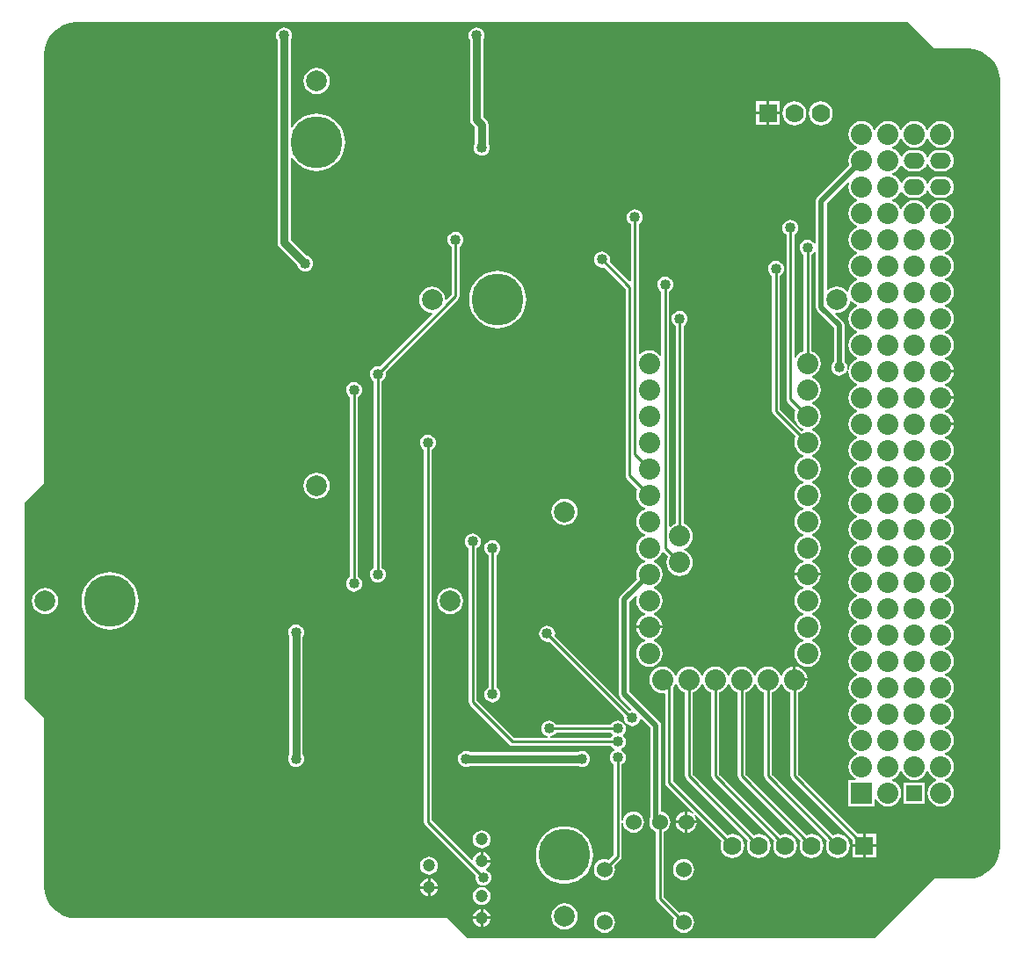
<source format=gbl>
G04 Layer_Physical_Order=2*
G04 Layer_Color=16711680*
%FSAX24Y24*%
%MOIN*%
G70*
G01*
G75*
%ADD18C,0.0100*%
%ADD20C,0.0200*%
%ADD24C,0.0300*%
%ADD25C,0.0600*%
%ADD26R,0.0600X0.0600*%
%ADD27C,0.0800*%
%ADD28O,0.0800X0.0600*%
%ADD29R,0.0800X0.0800*%
%ADD30C,0.0700*%
%ADD31R,0.0700X0.0700*%
%ADD32C,0.0472*%
%ADD33C,0.0400*%
%ADD34C,0.1800*%
%ADD35C,0.2500*%
%ADD36C,0.0787*%
%ADD37C,0.1969*%
G36*
X082090Y043450D02*
X083422D01*
X083584Y043429D01*
X083743Y043386D01*
X083894Y043323D01*
X084036Y043242D01*
X084166Y043142D01*
X084282Y043026D01*
X084382Y042896D01*
X084464Y042754D01*
X084526Y042603D01*
X084569Y042444D01*
X084590Y042282D01*
Y042200D01*
Y013200D01*
Y013118D01*
X084569Y012956D01*
X084526Y012797D01*
X084464Y012646D01*
X084382Y012504D01*
X084282Y012374D01*
X084166Y012258D01*
X084036Y012158D01*
X083894Y012076D01*
X083743Y012014D01*
X083584Y011971D01*
X083422Y011950D01*
X082090D01*
X079840Y009700D01*
X064370D01*
X063620Y010450D01*
X049508D01*
X049346Y010471D01*
X049187Y010514D01*
X049036Y010576D01*
X048894Y010658D01*
X048764Y010758D01*
X048648Y010874D01*
X048548Y011004D01*
X048467Y011146D01*
X048404Y011297D01*
X048361Y011456D01*
X048340Y011618D01*
Y011700D01*
Y018040D01*
X047590Y018790D01*
Y026200D01*
X048340Y026950D01*
Y043200D01*
Y043282D01*
X048361Y043444D01*
X048404Y043603D01*
X048467Y043754D01*
X048548Y043896D01*
X048648Y044026D01*
X048764Y044142D01*
X048894Y044242D01*
X049036Y044324D01*
X049187Y044386D01*
X049346Y044429D01*
X049508Y044450D01*
X081090D01*
X082090Y043450D01*
D02*
G37*
%LPC*%
G36*
X058673Y042718D02*
X058544Y042701D01*
X058424Y042651D01*
X058321Y042572D01*
X058241Y042469D01*
X058192Y042349D01*
X058175Y042220D01*
X058192Y042091D01*
X058241Y041971D01*
X058321Y041868D01*
X058424Y041788D01*
X058544Y041739D01*
X058673Y041722D01*
X058802Y041739D01*
X058922Y041788D01*
X059025Y041868D01*
X059104Y041971D01*
X059154Y042091D01*
X059171Y042220D01*
X059154Y042349D01*
X059104Y042469D01*
X059025Y042572D01*
X058922Y042651D01*
X058802Y042701D01*
X058673Y042718D01*
D02*
G37*
G36*
X076240Y041450D02*
X075840D01*
Y041050D01*
X076240D01*
Y041450D01*
D02*
G37*
G36*
X075740D02*
X075340D01*
Y041050D01*
X075740D01*
Y041450D01*
D02*
G37*
G36*
X076240Y040950D02*
X075840D01*
Y040550D01*
X076240D01*
Y040950D01*
D02*
G37*
G36*
X075740D02*
X075340D01*
Y040550D01*
X075740D01*
Y040950D01*
D02*
G37*
G36*
X077790Y041454D02*
X077673Y041438D01*
X077563Y041393D01*
X077469Y041321D01*
X077397Y041227D01*
X077352Y041117D01*
X077336Y041000D01*
X077352Y040883D01*
X077397Y040773D01*
X077469Y040679D01*
X077563Y040607D01*
X077673Y040562D01*
X077790Y040546D01*
X077907Y040562D01*
X078017Y040607D01*
X078111Y040679D01*
X078183Y040773D01*
X078228Y040883D01*
X078244Y041000D01*
X078228Y041117D01*
X078183Y041227D01*
X078111Y041321D01*
X078017Y041393D01*
X077907Y041438D01*
X077790Y041454D01*
D02*
G37*
G36*
X076790Y041454D02*
X076673Y041438D01*
X076563Y041393D01*
X076469Y041321D01*
X076397Y041227D01*
X076352Y041117D01*
X076336Y041000D01*
X076352Y040883D01*
X076397Y040773D01*
X076469Y040679D01*
X076563Y040607D01*
X076673Y040562D01*
X076790Y040546D01*
X076907Y040562D01*
X077017Y040607D01*
X077111Y040679D01*
X077183Y040773D01*
X077228Y040883D01*
X077244Y041000D01*
X077228Y041117D01*
X077183Y041227D01*
X077111Y041321D01*
X077017Y041393D01*
X076907Y041438D01*
X076790Y041454D01*
D02*
G37*
G36*
X082340Y040704D02*
X082209Y040687D01*
X082088Y040637D01*
X081983Y040557D01*
X081903Y040452D01*
X081867Y040365D01*
X081813D01*
X081777Y040452D01*
X081697Y040557D01*
X081592Y040637D01*
X081471Y040687D01*
X081340Y040704D01*
X081209Y040687D01*
X081088Y040637D01*
X080983Y040557D01*
X080903Y040452D01*
X080867Y040365D01*
X080813D01*
X080777Y040452D01*
X080697Y040557D01*
X080592Y040637D01*
X080471Y040687D01*
X080340Y040704D01*
X080209Y040687D01*
X080088Y040637D01*
X079983Y040557D01*
X079903Y040452D01*
X079867Y040365D01*
X079813D01*
X079777Y040452D01*
X079697Y040557D01*
X079592Y040637D01*
X079471Y040687D01*
X079340Y040704D01*
X079209Y040687D01*
X079088Y040637D01*
X078983Y040557D01*
X078903Y040452D01*
X078853Y040331D01*
X078836Y040200D01*
X078853Y040069D01*
X078903Y039948D01*
X078983Y039843D01*
X079088Y039763D01*
X079175Y039727D01*
Y039673D01*
X079088Y039637D01*
X078983Y039557D01*
X078903Y039452D01*
X078853Y039331D01*
X078836Y039200D01*
X078853Y039069D01*
X078873Y039021D01*
X077667Y037815D01*
X077623Y037749D01*
X077607Y037671D01*
Y036048D01*
X077557Y036039D01*
X077552Y036051D01*
X077504Y036114D01*
X077441Y036162D01*
X077368Y036192D01*
X077290Y036203D01*
X077212Y036192D01*
X077139Y036162D01*
X077076Y036114D01*
X077028Y036051D01*
X076998Y035978D01*
X076987Y035900D01*
X076998Y035822D01*
X077028Y035749D01*
X077076Y035686D01*
X077137Y035639D01*
Y031978D01*
X077038Y031937D01*
X076933Y031857D01*
X076853Y031752D01*
X076843Y031727D01*
X076793Y031737D01*
Y036389D01*
X076854Y036436D01*
X076902Y036499D01*
X076932Y036572D01*
X076943Y036650D01*
X076932Y036728D01*
X076902Y036801D01*
X076854Y036864D01*
X076791Y036912D01*
X076718Y036942D01*
X076640Y036953D01*
X076562Y036942D01*
X076489Y036912D01*
X076426Y036864D01*
X076378Y036801D01*
X076348Y036728D01*
X076337Y036650D01*
X076348Y036572D01*
X076378Y036499D01*
X076426Y036436D01*
X076487Y036389D01*
Y030150D01*
X076499Y030091D01*
X076532Y030042D01*
X076844Y029730D01*
X076803Y029631D01*
X076786Y029500D01*
X076803Y029369D01*
X076853Y029248D01*
X076933Y029143D01*
X077038Y029063D01*
X077125Y029027D01*
Y028973D01*
X077060Y028946D01*
X076243Y029763D01*
Y034839D01*
X076304Y034886D01*
X076352Y034949D01*
X076382Y035022D01*
X076393Y035100D01*
X076382Y035178D01*
X076352Y035251D01*
X076304Y035314D01*
X076241Y035362D01*
X076168Y035392D01*
X076090Y035403D01*
X076012Y035392D01*
X075939Y035362D01*
X075876Y035314D01*
X075828Y035251D01*
X075798Y035178D01*
X075787Y035100D01*
X075798Y035022D01*
X075828Y034949D01*
X075876Y034886D01*
X075937Y034839D01*
Y029700D01*
X075949Y029641D01*
X075982Y029592D01*
X076844Y028730D01*
X076803Y028631D01*
X076786Y028500D01*
X076803Y028369D01*
X076853Y028248D01*
X076933Y028143D01*
X077038Y028063D01*
X077125Y028027D01*
Y027973D01*
X077038Y027937D01*
X076933Y027857D01*
X076853Y027752D01*
X076803Y027631D01*
X076786Y027500D01*
X076803Y027369D01*
X076853Y027248D01*
X076933Y027143D01*
X077038Y027063D01*
X077125Y027027D01*
Y026973D01*
X077038Y026937D01*
X076933Y026857D01*
X076853Y026752D01*
X076803Y026631D01*
X076786Y026500D01*
X076803Y026369D01*
X076853Y026248D01*
X076933Y026143D01*
X077038Y026063D01*
X077125Y026027D01*
Y025973D01*
X077038Y025937D01*
X076933Y025857D01*
X076853Y025752D01*
X076803Y025631D01*
X076786Y025500D01*
X076803Y025369D01*
X076853Y025248D01*
X076933Y025143D01*
X077038Y025063D01*
X077125Y025027D01*
Y024973D01*
X077038Y024937D01*
X076933Y024857D01*
X076853Y024752D01*
X076803Y024631D01*
X076786Y024500D01*
X076803Y024369D01*
X076853Y024248D01*
X076933Y024143D01*
X077038Y024063D01*
X077125Y024027D01*
Y023973D01*
X077038Y023937D01*
X076933Y023857D01*
X076853Y023752D01*
X076803Y023631D01*
X076792Y023550D01*
X077290D01*
X077788D01*
X077777Y023631D01*
X077727Y023752D01*
X077647Y023857D01*
X077542Y023937D01*
X077455Y023973D01*
Y024027D01*
X077542Y024063D01*
X077647Y024143D01*
X077727Y024248D01*
X077777Y024369D01*
X077794Y024500D01*
X077777Y024631D01*
X077727Y024752D01*
X077647Y024857D01*
X077542Y024937D01*
X077455Y024973D01*
Y025027D01*
X077542Y025063D01*
X077647Y025143D01*
X077727Y025248D01*
X077777Y025369D01*
X077794Y025500D01*
X077777Y025631D01*
X077727Y025752D01*
X077647Y025857D01*
X077542Y025937D01*
X077455Y025973D01*
Y026027D01*
X077542Y026063D01*
X077647Y026143D01*
X077727Y026248D01*
X077777Y026369D01*
X077794Y026500D01*
X077777Y026631D01*
X077727Y026752D01*
X077647Y026857D01*
X077542Y026937D01*
X077455Y026973D01*
Y027027D01*
X077542Y027063D01*
X077647Y027143D01*
X077727Y027248D01*
X077777Y027369D01*
X077794Y027500D01*
X077777Y027631D01*
X077727Y027752D01*
X077647Y027857D01*
X077542Y027937D01*
X077455Y027973D01*
Y028027D01*
X077542Y028063D01*
X077647Y028143D01*
X077727Y028248D01*
X077777Y028369D01*
X077794Y028500D01*
X077777Y028631D01*
X077727Y028752D01*
X077647Y028857D01*
X077542Y028937D01*
X077455Y028973D01*
Y029027D01*
X077542Y029063D01*
X077647Y029143D01*
X077727Y029248D01*
X077777Y029369D01*
X077794Y029500D01*
X077777Y029631D01*
X077727Y029752D01*
X077647Y029857D01*
X077542Y029937D01*
X077455Y029973D01*
Y030027D01*
X077542Y030063D01*
X077647Y030143D01*
X077727Y030248D01*
X077777Y030369D01*
X077794Y030500D01*
X077777Y030631D01*
X077727Y030752D01*
X077647Y030857D01*
X077542Y030937D01*
X077455Y030973D01*
Y031027D01*
X077542Y031063D01*
X077647Y031143D01*
X077727Y031248D01*
X077777Y031369D01*
X077794Y031500D01*
X077777Y031631D01*
X077727Y031752D01*
X077647Y031857D01*
X077542Y031937D01*
X077443Y031978D01*
Y035639D01*
X077504Y035686D01*
X077552Y035749D01*
X077557Y035761D01*
X077607Y035752D01*
Y033629D01*
X077623Y033551D01*
X077667Y033485D01*
X078286Y032866D01*
Y031572D01*
X078276Y031564D01*
X078228Y031501D01*
X078198Y031428D01*
X078187Y031350D01*
X078198Y031272D01*
X078228Y031199D01*
X078276Y031136D01*
X078339Y031088D01*
X078412Y031058D01*
X078490Y031047D01*
X078568Y031058D01*
X078641Y031088D01*
X078704Y031136D01*
X078752Y031199D01*
X078782Y031272D01*
X078793Y031350D01*
X078782Y031428D01*
X078752Y031501D01*
X078704Y031564D01*
X078694Y031572D01*
Y032950D01*
X078678Y033028D01*
X078634Y033094D01*
X078337Y033392D01*
X078359Y033436D01*
X078405Y033430D01*
X078534Y033447D01*
X078654Y033497D01*
X078757Y033576D01*
X078836Y033679D01*
X078886Y033799D01*
X078896Y033875D01*
X078948Y033889D01*
X078983Y033843D01*
X079088Y033763D01*
X079175Y033727D01*
Y033673D01*
X079088Y033637D01*
X078983Y033557D01*
X078903Y033452D01*
X078853Y033331D01*
X078836Y033200D01*
X078853Y033069D01*
X078903Y032948D01*
X078983Y032843D01*
X079088Y032763D01*
X079175Y032727D01*
Y032673D01*
X079088Y032637D01*
X078983Y032557D01*
X078903Y032452D01*
X078853Y032331D01*
X078836Y032200D01*
X078853Y032069D01*
X078903Y031948D01*
X078983Y031843D01*
X079088Y031763D01*
X079175Y031727D01*
Y031673D01*
X079088Y031637D01*
X078983Y031557D01*
X078903Y031452D01*
X078853Y031331D01*
X078836Y031200D01*
X078853Y031069D01*
X078903Y030948D01*
X078983Y030843D01*
X079088Y030763D01*
X079175Y030727D01*
Y030673D01*
X079088Y030637D01*
X078983Y030557D01*
X078903Y030452D01*
X078853Y030331D01*
X078836Y030200D01*
X078853Y030069D01*
X078903Y029948D01*
X078983Y029843D01*
X079088Y029763D01*
X079175Y029727D01*
Y029673D01*
X079088Y029637D01*
X078983Y029557D01*
X078903Y029452D01*
X078853Y029331D01*
X078836Y029200D01*
X078853Y029069D01*
X078903Y028948D01*
X078983Y028843D01*
X079088Y028763D01*
X079175Y028727D01*
Y028673D01*
X079088Y028637D01*
X078983Y028557D01*
X078903Y028452D01*
X078853Y028331D01*
X078836Y028200D01*
X078853Y028069D01*
X078903Y027948D01*
X078983Y027843D01*
X079088Y027763D01*
X079175Y027727D01*
Y027673D01*
X079088Y027637D01*
X078983Y027557D01*
X078903Y027452D01*
X078853Y027331D01*
X078836Y027200D01*
X078853Y027069D01*
X078903Y026948D01*
X078983Y026843D01*
X079088Y026763D01*
X079175Y026727D01*
Y026673D01*
X079088Y026637D01*
X078983Y026557D01*
X078903Y026452D01*
X078853Y026331D01*
X078836Y026200D01*
X078853Y026069D01*
X078903Y025948D01*
X078983Y025843D01*
X079088Y025763D01*
X079175Y025727D01*
Y025673D01*
X079088Y025637D01*
X078983Y025557D01*
X078903Y025452D01*
X078853Y025331D01*
X078836Y025200D01*
X078853Y025069D01*
X078903Y024948D01*
X078983Y024843D01*
X079088Y024763D01*
X079175Y024727D01*
Y024673D01*
X079088Y024637D01*
X078983Y024557D01*
X078903Y024452D01*
X078853Y024331D01*
X078836Y024200D01*
X078853Y024069D01*
X078903Y023948D01*
X078983Y023843D01*
X079088Y023763D01*
X079175Y023727D01*
Y023673D01*
X079088Y023637D01*
X078983Y023557D01*
X078903Y023452D01*
X078853Y023331D01*
X078836Y023200D01*
X078853Y023069D01*
X078903Y022948D01*
X078983Y022843D01*
X079088Y022763D01*
X079175Y022727D01*
Y022673D01*
X079088Y022637D01*
X078983Y022557D01*
X078903Y022452D01*
X078853Y022331D01*
X078836Y022200D01*
X078853Y022069D01*
X078903Y021948D01*
X078983Y021843D01*
X079088Y021763D01*
X079175Y021727D01*
Y021673D01*
X079088Y021637D01*
X078983Y021557D01*
X078903Y021452D01*
X078853Y021331D01*
X078836Y021200D01*
X078853Y021069D01*
X078903Y020948D01*
X078983Y020843D01*
X079088Y020763D01*
X079175Y020727D01*
Y020673D01*
X079088Y020637D01*
X078983Y020557D01*
X078903Y020452D01*
X078853Y020331D01*
X078836Y020200D01*
X078853Y020069D01*
X078903Y019948D01*
X078983Y019843D01*
X079088Y019763D01*
X079175Y019727D01*
Y019673D01*
X079088Y019637D01*
X078983Y019557D01*
X078903Y019452D01*
X078853Y019331D01*
X078836Y019200D01*
X078853Y019069D01*
X078903Y018948D01*
X078983Y018843D01*
X079088Y018763D01*
X079175Y018727D01*
Y018673D01*
X079088Y018637D01*
X078983Y018557D01*
X078903Y018452D01*
X078853Y018331D01*
X078836Y018200D01*
X078853Y018069D01*
X078903Y017948D01*
X078983Y017843D01*
X079088Y017763D01*
X079175Y017727D01*
Y017673D01*
X079088Y017637D01*
X078983Y017557D01*
X078903Y017452D01*
X078853Y017331D01*
X078836Y017200D01*
X078853Y017069D01*
X078903Y016948D01*
X078983Y016843D01*
X079088Y016763D01*
X079175Y016727D01*
Y016673D01*
X079088Y016637D01*
X078983Y016557D01*
X078903Y016452D01*
X078853Y016331D01*
X078836Y016200D01*
X078853Y016069D01*
X078903Y015948D01*
X078983Y015843D01*
X079088Y015763D01*
X079120Y015750D01*
X079110Y015700D01*
X078840D01*
Y014700D01*
X079840D01*
Y014970D01*
X079890Y014980D01*
X079903Y014948D01*
X079983Y014843D01*
X080088Y014763D01*
X080209Y014713D01*
X080340Y014696D01*
X080471Y014713D01*
X080592Y014763D01*
X080697Y014843D01*
X080777Y014948D01*
X080827Y015069D01*
X080844Y015200D01*
X080827Y015331D01*
X080777Y015452D01*
X080697Y015557D01*
X080592Y015637D01*
X080505Y015673D01*
Y015727D01*
X080592Y015763D01*
X080697Y015843D01*
X080777Y015948D01*
X080813Y016035D01*
X080867D01*
X080903Y015948D01*
X080983Y015843D01*
X081088Y015763D01*
X081209Y015713D01*
X081340Y015696D01*
X081471Y015713D01*
X081592Y015763D01*
X081697Y015843D01*
X081777Y015948D01*
X081813Y016035D01*
X081867D01*
X081903Y015948D01*
X081983Y015843D01*
X082088Y015763D01*
X082175Y015727D01*
Y015673D01*
X082088Y015637D01*
X081983Y015557D01*
X081903Y015452D01*
X081853Y015331D01*
X081836Y015200D01*
X081853Y015069D01*
X081903Y014948D01*
X081983Y014843D01*
X082088Y014763D01*
X082209Y014713D01*
X082340Y014696D01*
X082471Y014713D01*
X082592Y014763D01*
X082697Y014843D01*
X082777Y014948D01*
X082827Y015069D01*
X082844Y015200D01*
X082827Y015331D01*
X082777Y015452D01*
X082697Y015557D01*
X082592Y015637D01*
X082505Y015673D01*
Y015727D01*
X082592Y015763D01*
X082697Y015843D01*
X082777Y015948D01*
X082827Y016069D01*
X082844Y016200D01*
X082827Y016331D01*
X082777Y016452D01*
X082697Y016557D01*
X082592Y016637D01*
X082505Y016673D01*
Y016727D01*
X082592Y016763D01*
X082697Y016843D01*
X082777Y016948D01*
X082827Y017069D01*
X082844Y017200D01*
X082827Y017331D01*
X082777Y017452D01*
X082697Y017557D01*
X082592Y017637D01*
X082505Y017673D01*
Y017727D01*
X082592Y017763D01*
X082697Y017843D01*
X082777Y017948D01*
X082827Y018069D01*
X082844Y018200D01*
X082827Y018331D01*
X082777Y018452D01*
X082697Y018557D01*
X082592Y018637D01*
X082505Y018673D01*
Y018727D01*
X082592Y018763D01*
X082697Y018843D01*
X082777Y018948D01*
X082827Y019069D01*
X082844Y019200D01*
X082827Y019331D01*
X082777Y019452D01*
X082697Y019557D01*
X082592Y019637D01*
X082505Y019673D01*
Y019727D01*
X082592Y019763D01*
X082697Y019843D01*
X082777Y019948D01*
X082827Y020069D01*
X082844Y020200D01*
X082827Y020331D01*
X082777Y020452D01*
X082697Y020557D01*
X082592Y020637D01*
X082505Y020673D01*
Y020727D01*
X082592Y020763D01*
X082697Y020843D01*
X082777Y020948D01*
X082827Y021069D01*
X082844Y021200D01*
X082827Y021331D01*
X082777Y021452D01*
X082697Y021557D01*
X082592Y021637D01*
X082505Y021673D01*
Y021727D01*
X082592Y021763D01*
X082697Y021843D01*
X082777Y021948D01*
X082827Y022069D01*
X082844Y022200D01*
X082827Y022331D01*
X082777Y022452D01*
X082697Y022557D01*
X082592Y022637D01*
X082505Y022673D01*
Y022727D01*
X082592Y022763D01*
X082697Y022843D01*
X082777Y022948D01*
X082827Y023069D01*
X082844Y023200D01*
X082827Y023331D01*
X082777Y023452D01*
X082697Y023557D01*
X082592Y023637D01*
X082505Y023673D01*
Y023727D01*
X082592Y023763D01*
X082697Y023843D01*
X082777Y023948D01*
X082827Y024069D01*
X082844Y024200D01*
X082827Y024331D01*
X082777Y024452D01*
X082697Y024557D01*
X082592Y024637D01*
X082505Y024673D01*
Y024727D01*
X082592Y024763D01*
X082697Y024843D01*
X082777Y024948D01*
X082827Y025069D01*
X082844Y025200D01*
X082827Y025331D01*
X082777Y025452D01*
X082697Y025557D01*
X082592Y025637D01*
X082505Y025673D01*
Y025727D01*
X082592Y025763D01*
X082697Y025843D01*
X082777Y025948D01*
X082827Y026069D01*
X082844Y026200D01*
X082827Y026331D01*
X082777Y026452D01*
X082697Y026557D01*
X082592Y026637D01*
X082505Y026673D01*
Y026727D01*
X082592Y026763D01*
X082697Y026843D01*
X082777Y026948D01*
X082827Y027069D01*
X082844Y027200D01*
X082827Y027331D01*
X082777Y027452D01*
X082697Y027557D01*
X082592Y027637D01*
X082505Y027673D01*
Y027727D01*
X082592Y027763D01*
X082697Y027843D01*
X082777Y027948D01*
X082827Y028069D01*
X082844Y028200D01*
X082827Y028331D01*
X082777Y028452D01*
X082697Y028557D01*
X082592Y028637D01*
X082505Y028673D01*
Y028727D01*
X082592Y028763D01*
X082697Y028843D01*
X082777Y028948D01*
X082827Y029069D01*
X082838Y029150D01*
X082340D01*
Y029250D01*
X082838D01*
X082827Y029331D01*
X082777Y029452D01*
X082697Y029557D01*
X082592Y029637D01*
X082505Y029673D01*
Y029727D01*
X082592Y029763D01*
X082697Y029843D01*
X082777Y029948D01*
X082827Y030069D01*
X082838Y030150D01*
X082340D01*
Y030250D01*
X082838D01*
X082827Y030331D01*
X082777Y030452D01*
X082697Y030557D01*
X082592Y030637D01*
X082505Y030673D01*
Y030727D01*
X082592Y030763D01*
X082697Y030843D01*
X082777Y030948D01*
X082827Y031069D01*
X082838Y031150D01*
X082340D01*
Y031250D01*
X082838D01*
X082827Y031331D01*
X082777Y031452D01*
X082697Y031557D01*
X082592Y031637D01*
X082505Y031673D01*
Y031727D01*
X082592Y031763D01*
X082697Y031843D01*
X082777Y031948D01*
X082827Y032069D01*
X082844Y032200D01*
X082827Y032331D01*
X082777Y032452D01*
X082697Y032557D01*
X082592Y032637D01*
X082505Y032673D01*
Y032727D01*
X082592Y032763D01*
X082697Y032843D01*
X082777Y032948D01*
X082827Y033069D01*
X082844Y033200D01*
X082827Y033331D01*
X082777Y033452D01*
X082697Y033557D01*
X082592Y033637D01*
X082505Y033673D01*
Y033727D01*
X082592Y033763D01*
X082697Y033843D01*
X082777Y033948D01*
X082827Y034069D01*
X082844Y034200D01*
X082827Y034331D01*
X082777Y034452D01*
X082697Y034557D01*
X082592Y034637D01*
X082505Y034673D01*
Y034727D01*
X082592Y034763D01*
X082697Y034843D01*
X082777Y034948D01*
X082827Y035069D01*
X082844Y035200D01*
X082827Y035331D01*
X082777Y035452D01*
X082697Y035557D01*
X082592Y035637D01*
X082505Y035673D01*
Y035727D01*
X082592Y035763D01*
X082697Y035843D01*
X082777Y035948D01*
X082827Y036069D01*
X082844Y036200D01*
X082827Y036331D01*
X082777Y036452D01*
X082697Y036557D01*
X082592Y036637D01*
X082505Y036673D01*
Y036727D01*
X082592Y036763D01*
X082697Y036843D01*
X082777Y036948D01*
X082827Y037069D01*
X082844Y037200D01*
X082827Y037331D01*
X082777Y037452D01*
X082697Y037557D01*
X082592Y037637D01*
X082471Y037687D01*
X082340Y037704D01*
X082209Y037687D01*
X082088Y037637D01*
X081983Y037557D01*
X081903Y037452D01*
X081867Y037365D01*
X081813D01*
X081777Y037452D01*
X081697Y037557D01*
X081592Y037637D01*
X081471Y037687D01*
X081340Y037704D01*
X081209Y037687D01*
X081088Y037637D01*
X080983Y037557D01*
X080903Y037452D01*
X080867Y037365D01*
X080813D01*
X080777Y037452D01*
X080697Y037557D01*
X080592Y037637D01*
X080505Y037673D01*
Y037727D01*
X080592Y037763D01*
X080697Y037843D01*
X080777Y037948D01*
X080817Y038045D01*
X080871D01*
X080891Y037998D01*
X080955Y037915D01*
X081038Y037851D01*
X081136Y037810D01*
X081240Y037797D01*
X081440D01*
X081544Y037810D01*
X081642Y037851D01*
X081725Y037915D01*
X081789Y037998D01*
X081813Y038055D01*
X081867D01*
X081891Y037998D01*
X081955Y037915D01*
X082038Y037851D01*
X082136Y037810D01*
X082240Y037797D01*
X082440D01*
X082544Y037810D01*
X082642Y037851D01*
X082725Y037915D01*
X082789Y037998D01*
X082830Y038096D01*
X082843Y038200D01*
X082830Y038304D01*
X082789Y038402D01*
X082725Y038485D01*
X082642Y038549D01*
X082544Y038590D01*
X082440Y038603D01*
X082240D01*
X082136Y038590D01*
X082038Y038549D01*
X081955Y038485D01*
X081891Y038402D01*
X081867Y038345D01*
X081813D01*
X081789Y038402D01*
X081725Y038485D01*
X081642Y038549D01*
X081544Y038590D01*
X081440Y038603D01*
X081240D01*
X081136Y038590D01*
X081038Y038549D01*
X080955Y038485D01*
X080891Y038402D01*
X080871Y038355D01*
X080817D01*
X080777Y038452D01*
X080697Y038557D01*
X080592Y038637D01*
X080505Y038673D01*
Y038727D01*
X080592Y038763D01*
X080697Y038843D01*
X080777Y038948D01*
X080817Y039045D01*
X080871D01*
X080891Y038998D01*
X080955Y038915D01*
X081038Y038851D01*
X081136Y038810D01*
X081240Y038797D01*
X081440D01*
X081544Y038810D01*
X081642Y038851D01*
X081725Y038915D01*
X081789Y038998D01*
X081813Y039055D01*
X081867D01*
X081891Y038998D01*
X081955Y038915D01*
X082038Y038851D01*
X082136Y038810D01*
X082240Y038797D01*
X082440D01*
X082544Y038810D01*
X082642Y038851D01*
X082725Y038915D01*
X082789Y038998D01*
X082830Y039096D01*
X082843Y039200D01*
X082830Y039304D01*
X082789Y039402D01*
X082725Y039485D01*
X082642Y039549D01*
X082544Y039590D01*
X082440Y039603D01*
X082240D01*
X082136Y039590D01*
X082038Y039549D01*
X081955Y039485D01*
X081891Y039402D01*
X081867Y039345D01*
X081813D01*
X081789Y039402D01*
X081725Y039485D01*
X081642Y039549D01*
X081544Y039590D01*
X081440Y039603D01*
X081240D01*
X081136Y039590D01*
X081038Y039549D01*
X080955Y039485D01*
X080891Y039402D01*
X080871Y039355D01*
X080817D01*
X080777Y039452D01*
X080697Y039557D01*
X080592Y039637D01*
X080505Y039673D01*
Y039727D01*
X080592Y039763D01*
X080697Y039843D01*
X080777Y039948D01*
X080813Y040035D01*
X080867D01*
X080903Y039948D01*
X080983Y039843D01*
X081088Y039763D01*
X081209Y039713D01*
X081340Y039696D01*
X081471Y039713D01*
X081592Y039763D01*
X081697Y039843D01*
X081777Y039948D01*
X081813Y040035D01*
X081867D01*
X081903Y039948D01*
X081983Y039843D01*
X082088Y039763D01*
X082209Y039713D01*
X082340Y039696D01*
X082471Y039713D01*
X082592Y039763D01*
X082697Y039843D01*
X082777Y039948D01*
X082827Y040069D01*
X082844Y040200D01*
X082827Y040331D01*
X082777Y040452D01*
X082697Y040557D01*
X082592Y040637D01*
X082471Y040687D01*
X082340Y040704D01*
D02*
G37*
G36*
X064740Y044253D02*
X064662Y044242D01*
X064589Y044212D01*
X064526Y044164D01*
X064478Y044101D01*
X064448Y044028D01*
X064437Y043950D01*
X064448Y043872D01*
X064478Y043799D01*
X064485Y043789D01*
Y040814D01*
X064490Y040789D01*
X064485Y040764D01*
X064504Y040666D01*
X064560Y040583D01*
X064679Y040464D01*
Y039854D01*
X064672Y039845D01*
X064641Y039772D01*
X064631Y039694D01*
X064641Y039615D01*
X064672Y039542D01*
X064720Y039480D01*
X064782Y039432D01*
X064855Y039401D01*
X064934Y039391D01*
X065012Y039401D01*
X065085Y039432D01*
X065148Y039480D01*
X065196Y039542D01*
X065226Y039615D01*
X065236Y039694D01*
X065226Y039772D01*
X065196Y039845D01*
X065189Y039854D01*
Y040570D01*
X065169Y040667D01*
X065114Y040750D01*
X064995Y040869D01*
Y043789D01*
X065002Y043799D01*
X065032Y043872D01*
X065043Y043950D01*
X065032Y044028D01*
X065002Y044101D01*
X064954Y044164D01*
X064891Y044212D01*
X064818Y044242D01*
X064740Y044253D01*
D02*
G37*
G36*
X057438Y044251D02*
X057360Y044241D01*
X057287Y044210D01*
X057224Y044162D01*
X057176Y044100D01*
X057146Y044027D01*
X057136Y043948D01*
X057146Y043870D01*
X057176Y043797D01*
X057184Y043788D01*
Y036102D01*
X057203Y036004D01*
X057258Y035921D01*
X057946Y035233D01*
X057948Y035222D01*
X057978Y035149D01*
X058026Y035086D01*
X058089Y035038D01*
X058162Y035008D01*
X058240Y034997D01*
X058318Y035008D01*
X058391Y035038D01*
X058454Y035086D01*
X058502Y035149D01*
X058532Y035222D01*
X058543Y035300D01*
X058532Y035378D01*
X058502Y035451D01*
X058454Y035514D01*
X058391Y035562D01*
X058318Y035592D01*
X058307Y035594D01*
X057693Y036207D01*
Y039327D01*
X057743Y039341D01*
X057793Y039261D01*
X057904Y039131D01*
X058033Y039020D01*
X058179Y038931D01*
X058337Y038866D01*
X058503Y038826D01*
X058673Y038812D01*
X058843Y038826D01*
X059009Y038866D01*
X059166Y038931D01*
X059312Y039020D01*
X059442Y039131D01*
X059553Y039261D01*
X059642Y039406D01*
X059707Y039564D01*
X059747Y039730D01*
X059760Y039900D01*
X059747Y040070D01*
X059707Y040236D01*
X059642Y040394D01*
X059553Y040539D01*
X059442Y040669D01*
X059312Y040780D01*
X059166Y040869D01*
X059009Y040934D01*
X058843Y040974D01*
X058673Y040988D01*
X058503Y040974D01*
X058337Y040934D01*
X058179Y040869D01*
X058033Y040780D01*
X057904Y040669D01*
X057793Y040539D01*
X057743Y040459D01*
X057693Y040473D01*
Y043788D01*
X057700Y043797D01*
X057731Y043870D01*
X057741Y043948D01*
X057731Y044027D01*
X057700Y044100D01*
X057652Y044162D01*
X057590Y044210D01*
X057517Y044241D01*
X057438Y044251D01*
D02*
G37*
G36*
X070740Y037353D02*
X070662Y037342D01*
X070589Y037312D01*
X070526Y037264D01*
X070478Y037201D01*
X070448Y037128D01*
X070437Y037050D01*
X070448Y036972D01*
X070478Y036899D01*
X070526Y036836D01*
X070587Y036789D01*
Y034635D01*
X070541Y034615D01*
X069783Y035374D01*
X069793Y035450D01*
X069782Y035528D01*
X069752Y035601D01*
X069704Y035664D01*
X069641Y035712D01*
X069568Y035742D01*
X069490Y035753D01*
X069412Y035742D01*
X069339Y035712D01*
X069276Y035664D01*
X069228Y035601D01*
X069198Y035528D01*
X069187Y035450D01*
X069198Y035372D01*
X069228Y035299D01*
X069276Y035236D01*
X069339Y035188D01*
X069412Y035158D01*
X069490Y035147D01*
X069566Y035157D01*
X070387Y034337D01*
Y027250D01*
X070399Y027191D01*
X070432Y027142D01*
X070844Y026730D01*
X070803Y026631D01*
X070786Y026500D01*
X070803Y026369D01*
X070853Y026248D01*
X070933Y026143D01*
X071038Y026063D01*
X071125Y026027D01*
Y025973D01*
X071038Y025937D01*
X070933Y025857D01*
X070853Y025752D01*
X070803Y025631D01*
X070786Y025500D01*
X070803Y025369D01*
X070853Y025248D01*
X070933Y025143D01*
X071038Y025063D01*
X071125Y025027D01*
Y024973D01*
X071038Y024937D01*
X070933Y024857D01*
X070853Y024752D01*
X070803Y024631D01*
X070786Y024500D01*
X070803Y024369D01*
X070853Y024248D01*
X070933Y024143D01*
X071038Y024063D01*
X071125Y024027D01*
Y023973D01*
X071038Y023937D01*
X070933Y023857D01*
X070853Y023752D01*
X070803Y023631D01*
X070786Y023500D01*
X070803Y023369D01*
X070823Y023321D01*
X070196Y022694D01*
X070152Y022628D01*
X070136Y022550D01*
Y018953D01*
X070152Y018875D01*
X070196Y018809D01*
X070606Y018399D01*
X070589Y018348D01*
X070570Y018343D01*
X070562Y018342D01*
X070557Y018340D01*
X070542Y018337D01*
X067705Y021174D01*
X067715Y021250D01*
X067705Y021328D01*
X067675Y021401D01*
X067627Y021464D01*
X067564Y021512D01*
X067491Y021542D01*
X067413Y021553D01*
X067335Y021542D01*
X067262Y021512D01*
X067199Y021464D01*
X067151Y021401D01*
X067121Y021328D01*
X067110Y021250D01*
X067121Y021172D01*
X067151Y021099D01*
X067199Y021036D01*
X067262Y020988D01*
X067335Y020958D01*
X067413Y020947D01*
X067489Y020957D01*
X070344Y018102D01*
X070337Y018050D01*
X070348Y017972D01*
X070378Y017899D01*
X070426Y017836D01*
X070489Y017788D01*
X070562Y017758D01*
X070640Y017747D01*
X070718Y017758D01*
X070791Y017788D01*
X070854Y017836D01*
X070902Y017899D01*
X070932Y017972D01*
X070936Y017998D01*
X070989Y018016D01*
X071336Y017668D01*
Y014291D01*
X071300Y014204D01*
X071287Y014100D01*
X071300Y013996D01*
X071341Y013898D01*
X071405Y013815D01*
X071488Y013751D01*
X071537Y013730D01*
Y011200D01*
X071549Y011141D01*
X071582Y011092D01*
X072221Y010453D01*
X072200Y010404D01*
X072187Y010300D01*
X072200Y010196D01*
X072241Y010098D01*
X072305Y010015D01*
X072388Y009951D01*
X072486Y009910D01*
X072590Y009897D01*
X072694Y009910D01*
X072792Y009951D01*
X072875Y010015D01*
X072939Y010098D01*
X072980Y010196D01*
X072993Y010300D01*
X072980Y010404D01*
X072939Y010502D01*
X072875Y010585D01*
X072792Y010649D01*
X072694Y010690D01*
X072590Y010703D01*
X072486Y010690D01*
X072437Y010669D01*
X071843Y011263D01*
Y013730D01*
X071892Y013751D01*
X071975Y013815D01*
X072039Y013898D01*
X072080Y013996D01*
X072093Y014100D01*
X072080Y014204D01*
X072039Y014302D01*
X071975Y014385D01*
X071892Y014449D01*
X071794Y014490D01*
X071744Y014496D01*
Y017753D01*
X071728Y017831D01*
X071684Y017897D01*
X070544Y019037D01*
Y022466D01*
X070777Y022699D01*
X070819Y022670D01*
X070803Y022631D01*
X070786Y022500D01*
X070803Y022369D01*
X070853Y022248D01*
X070933Y022143D01*
X071038Y022063D01*
X071125Y022027D01*
Y021973D01*
X071038Y021937D01*
X070933Y021857D01*
X070853Y021752D01*
X070803Y021631D01*
X070792Y021550D01*
X071290D01*
X071788D01*
X071777Y021631D01*
X071727Y021752D01*
X071647Y021857D01*
X071542Y021937D01*
X071455Y021973D01*
Y022027D01*
X071542Y022063D01*
X071647Y022143D01*
X071727Y022248D01*
X071777Y022369D01*
X071794Y022500D01*
X071777Y022631D01*
X071727Y022752D01*
X071647Y022857D01*
X071542Y022937D01*
X071455Y022973D01*
Y023027D01*
X071542Y023063D01*
X071647Y023143D01*
X071727Y023248D01*
X071777Y023369D01*
X071794Y023500D01*
X071777Y023631D01*
X071727Y023752D01*
X071647Y023857D01*
X071542Y023937D01*
X071455Y023973D01*
Y024027D01*
X071542Y024063D01*
X071647Y024143D01*
X071727Y024248D01*
X071764Y024339D01*
X071823Y024350D01*
X071994Y024180D01*
X071953Y024081D01*
X071936Y023950D01*
X071953Y023819D01*
X072003Y023698D01*
X072083Y023593D01*
X072188Y023513D01*
X072309Y023463D01*
X072440Y023446D01*
X072571Y023463D01*
X072692Y023513D01*
X072797Y023593D01*
X072877Y023698D01*
X072927Y023819D01*
X072944Y023950D01*
X072927Y024081D01*
X072877Y024202D01*
X072797Y024307D01*
X072692Y024387D01*
X072605Y024423D01*
Y024477D01*
X072692Y024513D01*
X072797Y024593D01*
X072877Y024698D01*
X072927Y024819D01*
X072944Y024950D01*
X072927Y025081D01*
X072877Y025202D01*
X072797Y025307D01*
X072692Y025387D01*
X072593Y025428D01*
Y032939D01*
X072654Y032986D01*
X072702Y033049D01*
X072732Y033122D01*
X072743Y033200D01*
X072732Y033278D01*
X072702Y033351D01*
X072654Y033414D01*
X072591Y033462D01*
X072518Y033492D01*
X072440Y033503D01*
X072362Y033492D01*
X072289Y033462D01*
X072226Y033414D01*
X072178Y033351D01*
X072148Y033278D01*
X072137Y033200D01*
X072148Y033122D01*
X072178Y033049D01*
X072226Y032986D01*
X072287Y032939D01*
Y025428D01*
X072188Y025387D01*
X072093Y025314D01*
X072043Y025329D01*
Y034239D01*
X072104Y034286D01*
X072152Y034349D01*
X072182Y034422D01*
X072193Y034500D01*
X072182Y034578D01*
X072152Y034651D01*
X072104Y034714D01*
X072041Y034762D01*
X071968Y034792D01*
X071890Y034803D01*
X071812Y034792D01*
X071739Y034762D01*
X071676Y034714D01*
X071628Y034651D01*
X071598Y034578D01*
X071587Y034500D01*
X071598Y034422D01*
X071628Y034349D01*
X071676Y034286D01*
X071737Y034239D01*
Y031821D01*
X071687Y031804D01*
X071647Y031857D01*
X071542Y031937D01*
X071421Y031987D01*
X071290Y032004D01*
X071159Y031987D01*
X071038Y031937D01*
X070943Y031864D01*
X070893Y031879D01*
Y036789D01*
X070954Y036836D01*
X071002Y036899D01*
X071032Y036972D01*
X071043Y037050D01*
X071032Y037128D01*
X071002Y037201D01*
X070954Y037264D01*
X070891Y037312D01*
X070818Y037342D01*
X070740Y037353D01*
D02*
G37*
G36*
X063940Y036503D02*
X063862Y036492D01*
X063789Y036462D01*
X063726Y036414D01*
X063678Y036351D01*
X063648Y036278D01*
X063637Y036200D01*
X063648Y036122D01*
X063678Y036049D01*
X063726Y035986D01*
X063787Y035939D01*
Y034112D01*
X063594Y033919D01*
X063547Y033943D01*
X063532Y034057D01*
X063482Y034177D01*
X063403Y034280D01*
X063300Y034360D01*
X063180Y034409D01*
X063051Y034426D01*
X062922Y034409D01*
X062802Y034360D01*
X062699Y034280D01*
X062619Y034177D01*
X062570Y034057D01*
X062553Y033928D01*
X062570Y033799D01*
X062619Y033679D01*
X062699Y033576D01*
X062802Y033497D01*
X062922Y033447D01*
X063036Y033432D01*
X063060Y033385D01*
X061067Y031392D01*
X060990Y031403D01*
X060912Y031392D01*
X060839Y031362D01*
X060776Y031314D01*
X060728Y031251D01*
X060698Y031178D01*
X060687Y031100D01*
X060698Y031022D01*
X060728Y030949D01*
X060776Y030886D01*
X060837Y030839D01*
Y023761D01*
X060776Y023714D01*
X060728Y023651D01*
X060698Y023578D01*
X060687Y023500D01*
X060698Y023422D01*
X060728Y023349D01*
X060776Y023286D01*
X060839Y023238D01*
X060912Y023208D01*
X060990Y023197D01*
X061068Y023208D01*
X061141Y023238D01*
X061204Y023286D01*
X061252Y023349D01*
X061282Y023422D01*
X061293Y023500D01*
X061282Y023578D01*
X061252Y023651D01*
X061204Y023714D01*
X061143Y023761D01*
Y030839D01*
X061204Y030886D01*
X061252Y030949D01*
X061282Y031022D01*
X061293Y031100D01*
X061283Y031175D01*
X064048Y033941D01*
X064081Y033990D01*
X064093Y034049D01*
Y035939D01*
X064154Y035986D01*
X064202Y036049D01*
X064232Y036122D01*
X064243Y036200D01*
X064232Y036278D01*
X064202Y036351D01*
X064154Y036414D01*
X064091Y036462D01*
X064018Y036492D01*
X063940Y036503D01*
D02*
G37*
G36*
X065540Y035016D02*
X065370Y035003D01*
X065204Y034963D01*
X065046Y034897D01*
X064901Y034808D01*
X064771Y034697D01*
X064660Y034568D01*
X064571Y034422D01*
X064506Y034264D01*
X064466Y034098D01*
X064452Y033928D01*
X064466Y033758D01*
X064506Y033592D01*
X064571Y033435D01*
X064660Y033289D01*
X064771Y033159D01*
X064901Y033048D01*
X065046Y032959D01*
X065204Y032894D01*
X065370Y032854D01*
X065540Y032841D01*
X065710Y032854D01*
X065876Y032894D01*
X066034Y032959D01*
X066179Y033048D01*
X066309Y033159D01*
X066420Y033289D01*
X066509Y033435D01*
X066574Y033592D01*
X066614Y033758D01*
X066628Y033928D01*
X066614Y034098D01*
X066574Y034264D01*
X066509Y034422D01*
X066420Y034568D01*
X066309Y034697D01*
X066179Y034808D01*
X066034Y034897D01*
X065876Y034963D01*
X065710Y035003D01*
X065540Y035016D01*
D02*
G37*
G36*
X058673Y027363D02*
X058544Y027346D01*
X058424Y027297D01*
X058321Y027217D01*
X058241Y027114D01*
X058192Y026994D01*
X058175Y026865D01*
X058192Y026736D01*
X058241Y026616D01*
X058321Y026513D01*
X058424Y026434D01*
X058544Y026384D01*
X058673Y026367D01*
X058802Y026384D01*
X058922Y026434D01*
X059025Y026513D01*
X059104Y026616D01*
X059154Y026736D01*
X059171Y026865D01*
X059154Y026994D01*
X059104Y027114D01*
X059025Y027217D01*
X058922Y027297D01*
X058802Y027346D01*
X058673Y027363D01*
D02*
G37*
G36*
X068074Y026375D02*
X067945Y026358D01*
X067825Y026308D01*
X067722Y026229D01*
X067643Y026126D01*
X067593Y026006D01*
X067576Y025877D01*
X067593Y025748D01*
X067643Y025628D01*
X067722Y025525D01*
X067825Y025446D01*
X067945Y025396D01*
X068074Y025379D01*
X068203Y025396D01*
X068323Y025446D01*
X068426Y025525D01*
X068506Y025628D01*
X068555Y025748D01*
X068572Y025877D01*
X068555Y026006D01*
X068506Y026126D01*
X068426Y026229D01*
X068323Y026308D01*
X068203Y026358D01*
X068074Y026375D01*
D02*
G37*
G36*
X060090Y030803D02*
X060012Y030792D01*
X059939Y030762D01*
X059876Y030714D01*
X059828Y030651D01*
X059798Y030578D01*
X059787Y030500D01*
X059798Y030422D01*
X059828Y030349D01*
X059876Y030286D01*
X059937Y030239D01*
Y023411D01*
X059876Y023364D01*
X059828Y023301D01*
X059798Y023228D01*
X059787Y023150D01*
X059798Y023072D01*
X059828Y022999D01*
X059876Y022936D01*
X059939Y022888D01*
X060012Y022858D01*
X060090Y022847D01*
X060168Y022858D01*
X060241Y022888D01*
X060304Y022936D01*
X060352Y022999D01*
X060382Y023072D01*
X060393Y023150D01*
X060382Y023228D01*
X060352Y023301D01*
X060304Y023364D01*
X060243Y023411D01*
Y030239D01*
X060304Y030286D01*
X060352Y030349D01*
X060382Y030422D01*
X060393Y030500D01*
X060382Y030578D01*
X060352Y030651D01*
X060304Y030714D01*
X060241Y030762D01*
X060168Y030792D01*
X060090Y030803D01*
D02*
G37*
G36*
X063732Y022993D02*
X063603Y022976D01*
X063483Y022927D01*
X063380Y022847D01*
X063300Y022744D01*
X063251Y022624D01*
X063234Y022495D01*
X063251Y022366D01*
X063300Y022246D01*
X063380Y022143D01*
X063483Y022064D01*
X063603Y022014D01*
X063732Y021997D01*
X063861Y022014D01*
X063981Y022064D01*
X064084Y022143D01*
X064163Y022246D01*
X064213Y022366D01*
X064230Y022495D01*
X064213Y022624D01*
X064163Y022744D01*
X064084Y022847D01*
X063981Y022927D01*
X063861Y022976D01*
X063732Y022993D01*
D02*
G37*
G36*
X048377D02*
X048249Y022976D01*
X048128Y022927D01*
X048025Y022847D01*
X047946Y022744D01*
X047896Y022624D01*
X047879Y022495D01*
X047896Y022366D01*
X047946Y022246D01*
X048025Y022143D01*
X048128Y022064D01*
X048249Y022014D01*
X048377Y021997D01*
X048506Y022014D01*
X048626Y022064D01*
X048730Y022143D01*
X048809Y022246D01*
X048858Y022366D01*
X048875Y022495D01*
X048858Y022624D01*
X048809Y022744D01*
X048730Y022847D01*
X048626Y022927D01*
X048506Y022976D01*
X048377Y022993D01*
D02*
G37*
G36*
X050840Y023583D02*
X050670Y023570D01*
X050504Y023530D01*
X050346Y023464D01*
X050201Y023375D01*
X050071Y023264D01*
X049960Y023135D01*
X049871Y022989D01*
X049806Y022831D01*
X049766Y022665D01*
X049752Y022495D01*
X049766Y022325D01*
X049806Y022159D01*
X049871Y022002D01*
X049960Y021856D01*
X050071Y021726D01*
X050201Y021615D01*
X050346Y021526D01*
X050504Y021461D01*
X050670Y021421D01*
X050840Y021408D01*
X051010Y021421D01*
X051176Y021461D01*
X051334Y021526D01*
X051479Y021615D01*
X051609Y021726D01*
X051720Y021856D01*
X051809Y022002D01*
X051874Y022159D01*
X051914Y022325D01*
X051928Y022495D01*
X051914Y022665D01*
X051874Y022831D01*
X051809Y022989D01*
X051720Y023135D01*
X051609Y023264D01*
X051479Y023375D01*
X051334Y023464D01*
X051176Y023530D01*
X051010Y023570D01*
X050840Y023583D01*
D02*
G37*
G36*
X077788Y023450D02*
X077290D01*
X076792D01*
X076803Y023369D01*
X076853Y023248D01*
X076933Y023143D01*
X077038Y023063D01*
X077125Y023027D01*
Y022973D01*
X077038Y022937D01*
X076933Y022857D01*
X076853Y022752D01*
X076803Y022631D01*
X076786Y022500D01*
X076803Y022369D01*
X076853Y022248D01*
X076933Y022143D01*
X077038Y022063D01*
X077125Y022027D01*
Y021973D01*
X077038Y021937D01*
X076933Y021857D01*
X076853Y021752D01*
X076803Y021631D01*
X076786Y021500D01*
X076803Y021369D01*
X076853Y021248D01*
X076933Y021143D01*
X077038Y021063D01*
X077125Y021027D01*
Y020973D01*
X077038Y020937D01*
X076933Y020857D01*
X076853Y020752D01*
X076803Y020631D01*
X076786Y020500D01*
X076803Y020369D01*
X076853Y020248D01*
X076933Y020143D01*
X077038Y020063D01*
X077159Y020013D01*
X077290Y019996D01*
X077421Y020013D01*
X077542Y020063D01*
X077647Y020143D01*
X077727Y020248D01*
X077777Y020369D01*
X077794Y020500D01*
X077777Y020631D01*
X077727Y020752D01*
X077647Y020857D01*
X077542Y020937D01*
X077455Y020973D01*
Y021027D01*
X077542Y021063D01*
X077647Y021143D01*
X077727Y021248D01*
X077777Y021369D01*
X077794Y021500D01*
X077777Y021631D01*
X077727Y021752D01*
X077647Y021857D01*
X077542Y021937D01*
X077455Y021973D01*
Y022027D01*
X077542Y022063D01*
X077647Y022143D01*
X077727Y022248D01*
X077777Y022369D01*
X077794Y022500D01*
X077777Y022631D01*
X077727Y022752D01*
X077647Y022857D01*
X077542Y022937D01*
X077455Y022973D01*
Y023027D01*
X077542Y023063D01*
X077647Y023143D01*
X077727Y023248D01*
X077777Y023369D01*
X077788Y023450D01*
D02*
G37*
G36*
X071788Y021450D02*
X071290D01*
X070792D01*
X070803Y021369D01*
X070853Y021248D01*
X070933Y021143D01*
X071038Y021063D01*
X071125Y021027D01*
Y020973D01*
X071038Y020937D01*
X070933Y020857D01*
X070853Y020752D01*
X070803Y020631D01*
X070786Y020500D01*
X070803Y020369D01*
X070853Y020248D01*
X070933Y020143D01*
X071038Y020063D01*
X071159Y020013D01*
X071290Y019996D01*
X071421Y020013D01*
X071542Y020063D01*
X071647Y020143D01*
X071727Y020248D01*
X071777Y020369D01*
X071794Y020500D01*
X071777Y020631D01*
X071727Y020752D01*
X071647Y020857D01*
X071542Y020937D01*
X071455Y020973D01*
Y021027D01*
X071542Y021063D01*
X071647Y021143D01*
X071727Y021248D01*
X071777Y021369D01*
X071788Y021450D01*
D02*
G37*
G36*
X075790Y020004D02*
X075659Y019987D01*
X075538Y019937D01*
X075433Y019857D01*
X075353Y019752D01*
X075317Y019665D01*
X075263D01*
X075227Y019752D01*
X075147Y019857D01*
X075042Y019937D01*
X074921Y019987D01*
X074790Y020004D01*
X074659Y019987D01*
X074538Y019937D01*
X074433Y019857D01*
X074353Y019752D01*
X074317Y019665D01*
X074263D01*
X074227Y019752D01*
X074147Y019857D01*
X074042Y019937D01*
X073921Y019987D01*
X073790Y020004D01*
X073659Y019987D01*
X073538Y019937D01*
X073433Y019857D01*
X073353Y019752D01*
X073317Y019665D01*
X073263D01*
X073227Y019752D01*
X073147Y019857D01*
X073042Y019937D01*
X072921Y019987D01*
X072790Y020004D01*
X072659Y019987D01*
X072538Y019937D01*
X072433Y019857D01*
X072353Y019752D01*
X072317Y019665D01*
X072263D01*
X072227Y019752D01*
X072147Y019857D01*
X072042Y019937D01*
X071921Y019987D01*
X071790Y020004D01*
X071659Y019987D01*
X071538Y019937D01*
X071433Y019857D01*
X071353Y019752D01*
X071303Y019631D01*
X071286Y019500D01*
X071303Y019369D01*
X071353Y019248D01*
X071433Y019143D01*
X071538Y019063D01*
X071659Y019013D01*
X071790Y018996D01*
X071849Y019004D01*
X071887Y018971D01*
Y015600D01*
X071899Y015541D01*
X071932Y015492D01*
X072976Y014448D01*
X072943Y014410D01*
X072892Y014449D01*
X072794Y014490D01*
X072740Y014497D01*
Y014150D01*
X073087D01*
X073080Y014204D01*
X073039Y014302D01*
X073000Y014353D01*
X073038Y014386D01*
X074032Y013391D01*
X074002Y013317D01*
X073986Y013200D01*
X074002Y013083D01*
X074047Y012973D01*
X074119Y012879D01*
X074213Y012807D01*
X074323Y012762D01*
X074440Y012746D01*
X074557Y012762D01*
X074667Y012807D01*
X074761Y012879D01*
X074833Y012973D01*
X074878Y013083D01*
X074894Y013200D01*
X074878Y013317D01*
X074833Y013427D01*
X074761Y013521D01*
X074667Y013593D01*
X074557Y013638D01*
X074440Y013654D01*
X074323Y013638D01*
X074249Y013608D01*
X072193Y015663D01*
Y019204D01*
X072227Y019248D01*
X072263Y019335D01*
X072317D01*
X072353Y019248D01*
X072433Y019143D01*
X072538Y019063D01*
X072637Y019022D01*
Y015850D01*
X072649Y015791D01*
X072682Y015742D01*
X075032Y013391D01*
X075002Y013317D01*
X074986Y013200D01*
X075002Y013083D01*
X075047Y012973D01*
X075119Y012879D01*
X075213Y012807D01*
X075323Y012762D01*
X075440Y012746D01*
X075557Y012762D01*
X075667Y012807D01*
X075761Y012879D01*
X075833Y012973D01*
X075878Y013083D01*
X075894Y013200D01*
X075878Y013317D01*
X075833Y013427D01*
X075761Y013521D01*
X075667Y013593D01*
X075557Y013638D01*
X075440Y013654D01*
X075323Y013638D01*
X075249Y013608D01*
X072943Y015913D01*
Y019022D01*
X073042Y019063D01*
X073147Y019143D01*
X073227Y019248D01*
X073263Y019335D01*
X073317D01*
X073353Y019248D01*
X073433Y019143D01*
X073538Y019063D01*
X073637Y019022D01*
Y015850D01*
X073649Y015791D01*
X073682Y015742D01*
X076032Y013391D01*
X076002Y013317D01*
X075986Y013200D01*
X076002Y013083D01*
X076047Y012973D01*
X076119Y012879D01*
X076213Y012807D01*
X076323Y012762D01*
X076440Y012746D01*
X076557Y012762D01*
X076667Y012807D01*
X076761Y012879D01*
X076833Y012973D01*
X076878Y013083D01*
X076894Y013200D01*
X076878Y013317D01*
X076833Y013427D01*
X076761Y013521D01*
X076667Y013593D01*
X076557Y013638D01*
X076440Y013654D01*
X076323Y013638D01*
X076249Y013608D01*
X073943Y015913D01*
Y019022D01*
X074042Y019063D01*
X074147Y019143D01*
X074227Y019248D01*
X074263Y019335D01*
X074317D01*
X074353Y019248D01*
X074433Y019143D01*
X074538Y019063D01*
X074637Y019022D01*
Y015850D01*
X074649Y015791D01*
X074682Y015742D01*
X077032Y013391D01*
X077002Y013317D01*
X076986Y013200D01*
X077002Y013083D01*
X077047Y012973D01*
X077119Y012879D01*
X077213Y012807D01*
X077323Y012762D01*
X077440Y012746D01*
X077557Y012762D01*
X077667Y012807D01*
X077761Y012879D01*
X077833Y012973D01*
X077878Y013083D01*
X077894Y013200D01*
X077878Y013317D01*
X077833Y013427D01*
X077761Y013521D01*
X077667Y013593D01*
X077557Y013638D01*
X077440Y013654D01*
X077323Y013638D01*
X077249Y013608D01*
X074943Y015913D01*
Y019022D01*
X075042Y019063D01*
X075147Y019143D01*
X075227Y019248D01*
X075263Y019335D01*
X075317D01*
X075353Y019248D01*
X075433Y019143D01*
X075538Y019063D01*
X075637Y019022D01*
Y015850D01*
X075649Y015791D01*
X075682Y015742D01*
X078032Y013391D01*
X078002Y013317D01*
X077986Y013200D01*
X078002Y013083D01*
X078047Y012973D01*
X078119Y012879D01*
X078213Y012807D01*
X078323Y012762D01*
X078440Y012746D01*
X078557Y012762D01*
X078667Y012807D01*
X078761Y012879D01*
X078833Y012973D01*
X078878Y013083D01*
X078894Y013200D01*
X078878Y013317D01*
X078833Y013427D01*
X078761Y013521D01*
X078667Y013593D01*
X078557Y013638D01*
X078440Y013654D01*
X078323Y013638D01*
X078249Y013608D01*
X075943Y015913D01*
Y019022D01*
X076042Y019063D01*
X076147Y019143D01*
X076227Y019248D01*
X076263Y019335D01*
X076317D01*
X076353Y019248D01*
X076433Y019143D01*
X076538Y019063D01*
X076637Y019022D01*
Y015850D01*
X076649Y015791D01*
X076682Y015742D01*
X078990Y013434D01*
Y013250D01*
X079390D01*
Y013650D01*
X079206D01*
X076943Y015913D01*
Y019022D01*
X077042Y019063D01*
X077147Y019143D01*
X077227Y019248D01*
X077277Y019369D01*
X077288Y019450D01*
X076790D01*
Y019500D01*
X076740D01*
Y019998D01*
X076659Y019987D01*
X076538Y019937D01*
X076433Y019857D01*
X076353Y019752D01*
X076317Y019665D01*
X076263D01*
X076227Y019752D01*
X076147Y019857D01*
X076042Y019937D01*
X075921Y019987D01*
X075790Y020004D01*
D02*
G37*
G36*
X076840Y019998D02*
Y019550D01*
X077288D01*
X077277Y019631D01*
X077227Y019752D01*
X077147Y019857D01*
X077042Y019937D01*
X076921Y019987D01*
X076840Y019998D01*
D02*
G37*
G36*
X065340Y024803D02*
X065262Y024792D01*
X065189Y024762D01*
X065126Y024714D01*
X065078Y024651D01*
X065048Y024578D01*
X065037Y024500D01*
X065048Y024422D01*
X065078Y024349D01*
X065126Y024286D01*
X065187Y024239D01*
Y019211D01*
X065126Y019164D01*
X065078Y019101D01*
X065048Y019028D01*
X065037Y018950D01*
X065048Y018872D01*
X065078Y018799D01*
X065126Y018736D01*
X065189Y018688D01*
X065262Y018658D01*
X065340Y018647D01*
X065418Y018658D01*
X065491Y018688D01*
X065554Y018736D01*
X065602Y018799D01*
X065632Y018872D01*
X065643Y018950D01*
X065632Y019028D01*
X065602Y019101D01*
X065554Y019164D01*
X065493Y019211D01*
Y024239D01*
X065554Y024286D01*
X065602Y024349D01*
X065632Y024422D01*
X065643Y024500D01*
X065632Y024578D01*
X065602Y024651D01*
X065554Y024714D01*
X065491Y024762D01*
X065418Y024792D01*
X065340Y024803D01*
D02*
G37*
G36*
X068740Y016803D02*
X068662Y016792D01*
X068589Y016762D01*
X068579Y016755D01*
X064501D01*
X064491Y016762D01*
X064418Y016792D01*
X064340Y016803D01*
X064262Y016792D01*
X064189Y016762D01*
X064126Y016714D01*
X064078Y016651D01*
X064048Y016578D01*
X064037Y016500D01*
X064048Y016422D01*
X064078Y016349D01*
X064126Y016286D01*
X064189Y016238D01*
X064262Y016208D01*
X064340Y016197D01*
X064418Y016208D01*
X064491Y016238D01*
X064501Y016245D01*
X068579D01*
X068589Y016238D01*
X068662Y016208D01*
X068740Y016197D01*
X068818Y016208D01*
X068891Y016238D01*
X068954Y016286D01*
X069002Y016349D01*
X069032Y016422D01*
X069043Y016500D01*
X069032Y016578D01*
X069002Y016651D01*
X068954Y016714D01*
X068891Y016762D01*
X068818Y016792D01*
X068740Y016803D01*
D02*
G37*
G36*
X057890Y021603D02*
X057812Y021592D01*
X057739Y021562D01*
X057676Y021514D01*
X057628Y021451D01*
X057598Y021378D01*
X057587Y021300D01*
X057598Y021222D01*
X057628Y021149D01*
X057635Y021139D01*
Y016661D01*
X057628Y016651D01*
X057598Y016578D01*
X057587Y016500D01*
X057598Y016422D01*
X057628Y016349D01*
X057676Y016286D01*
X057739Y016238D01*
X057812Y016208D01*
X057890Y016197D01*
X057968Y016208D01*
X058041Y016238D01*
X058104Y016286D01*
X058152Y016349D01*
X058182Y016422D01*
X058193Y016500D01*
X058182Y016578D01*
X058152Y016651D01*
X058145Y016661D01*
Y021139D01*
X058152Y021149D01*
X058182Y021222D01*
X058193Y021300D01*
X058182Y021378D01*
X058152Y021451D01*
X058104Y021514D01*
X058041Y021562D01*
X057968Y021592D01*
X057890Y021603D01*
D02*
G37*
G36*
X081740Y015600D02*
X080940D01*
Y014800D01*
X081740D01*
Y015600D01*
D02*
G37*
G36*
X072640Y014497D02*
X072586Y014490D01*
X072488Y014449D01*
X072405Y014385D01*
X072341Y014302D01*
X072300Y014204D01*
X072293Y014150D01*
X072640D01*
Y014497D01*
D02*
G37*
G36*
X073087Y014050D02*
X072740D01*
Y013703D01*
X072794Y013710D01*
X072892Y013751D01*
X072975Y013815D01*
X073039Y013898D01*
X073080Y013996D01*
X073087Y014050D01*
D02*
G37*
G36*
X072640D02*
X072293D01*
X072300Y013996D01*
X072341Y013898D01*
X072405Y013815D01*
X072488Y013751D01*
X072586Y013710D01*
X072640Y013703D01*
Y014050D01*
D02*
G37*
G36*
X064590Y025053D02*
X064512Y025042D01*
X064439Y025012D01*
X064376Y024964D01*
X064328Y024901D01*
X064298Y024828D01*
X064287Y024750D01*
X064298Y024672D01*
X064328Y024599D01*
X064376Y024536D01*
X064437Y024489D01*
Y018650D01*
X064449Y018591D01*
X064482Y018542D01*
X065982Y017042D01*
X066031Y017009D01*
X066090Y016997D01*
X069829D01*
X069876Y016936D01*
X069939Y016888D01*
X069965Y016877D01*
Y016823D01*
X069939Y016812D01*
X069876Y016764D01*
X069828Y016701D01*
X069798Y016628D01*
X069787Y016550D01*
X069798Y016472D01*
X069828Y016399D01*
X069876Y016336D01*
X069937Y016289D01*
Y012863D01*
X069743Y012670D01*
X069694Y012690D01*
X069590Y012703D01*
X069486Y012690D01*
X069388Y012649D01*
X069305Y012585D01*
X069241Y012502D01*
X069200Y012404D01*
X069187Y012300D01*
X069200Y012196D01*
X069241Y012098D01*
X069305Y012015D01*
X069388Y011951D01*
X069486Y011910D01*
X069590Y011897D01*
X069694Y011910D01*
X069792Y011951D01*
X069875Y012015D01*
X069939Y012098D01*
X069980Y012196D01*
X069993Y012300D01*
X069980Y012404D01*
X069960Y012453D01*
X070198Y012692D01*
X070231Y012741D01*
X070243Y012800D01*
Y014048D01*
X070293Y014051D01*
X070300Y013996D01*
X070341Y013898D01*
X070405Y013815D01*
X070488Y013751D01*
X070586Y013710D01*
X070690Y013697D01*
X070794Y013710D01*
X070892Y013751D01*
X070975Y013815D01*
X071039Y013898D01*
X071080Y013996D01*
X071093Y014100D01*
X071080Y014204D01*
X071039Y014302D01*
X070975Y014385D01*
X070892Y014449D01*
X070794Y014490D01*
X070690Y014503D01*
X070586Y014490D01*
X070488Y014449D01*
X070405Y014385D01*
X070341Y014302D01*
X070300Y014204D01*
X070293Y014149D01*
X070243Y014152D01*
Y016289D01*
X070304Y016336D01*
X070352Y016399D01*
X070382Y016472D01*
X070393Y016550D01*
X070382Y016628D01*
X070352Y016701D01*
X070304Y016764D01*
X070241Y016812D01*
X070215Y016823D01*
Y016877D01*
X070241Y016888D01*
X070304Y016936D01*
X070352Y016999D01*
X070382Y017072D01*
X070393Y017150D01*
X070382Y017228D01*
X070352Y017301D01*
X070304Y017364D01*
X070290Y017375D01*
Y017425D01*
X070304Y017436D01*
X070352Y017499D01*
X070382Y017572D01*
X070393Y017650D01*
X070382Y017728D01*
X070352Y017801D01*
X070304Y017864D01*
X070241Y017912D01*
X070168Y017942D01*
X070090Y017953D01*
X070012Y017942D01*
X069939Y017912D01*
X069876Y017864D01*
X069829Y017803D01*
X067751D01*
X067704Y017864D01*
X067641Y017912D01*
X067568Y017942D01*
X067490Y017953D01*
X067412Y017942D01*
X067339Y017912D01*
X067276Y017864D01*
X067228Y017801D01*
X067198Y017728D01*
X067187Y017650D01*
X067198Y017572D01*
X067228Y017499D01*
X067276Y017436D01*
X067339Y017388D01*
X067412Y017358D01*
X067448Y017353D01*
X067445Y017303D01*
X066153D01*
X064743Y018713D01*
Y024489D01*
X064804Y024536D01*
X064852Y024599D01*
X064882Y024672D01*
X064893Y024750D01*
X064882Y024828D01*
X064852Y024901D01*
X064804Y024964D01*
X064741Y025012D01*
X064668Y025042D01*
X064590Y025053D01*
D02*
G37*
G36*
X079890Y013650D02*
X079490D01*
Y013250D01*
X079890D01*
Y013650D01*
D02*
G37*
G36*
X064940Y013789D02*
X064852Y013778D01*
X064770Y013744D01*
X064700Y013690D01*
X064646Y013620D01*
X064612Y013538D01*
X064601Y013450D01*
X064612Y013362D01*
X064646Y013280D01*
X064700Y013210D01*
X064770Y013156D01*
X064852Y013122D01*
X064940Y013111D01*
X065028Y013122D01*
X065110Y013156D01*
X065180Y013210D01*
X065234Y013280D01*
X065268Y013362D01*
X065279Y013450D01*
X065268Y013538D01*
X065234Y013620D01*
X065180Y013690D01*
X065110Y013744D01*
X065028Y013778D01*
X064940Y013789D01*
D02*
G37*
G36*
X079890Y013150D02*
X079490D01*
Y012750D01*
X079890D01*
Y013150D01*
D02*
G37*
G36*
X079390D02*
X078990D01*
Y012750D01*
X079390D01*
Y013150D01*
D02*
G37*
G36*
X064990Y012956D02*
Y012673D01*
X065273D01*
X065268Y012711D01*
X065234Y012793D01*
X065180Y012863D01*
X065110Y012917D01*
X065028Y012951D01*
X064990Y012956D01*
D02*
G37*
G36*
X062940Y012789D02*
X062852Y012778D01*
X062770Y012744D01*
X062700Y012690D01*
X062646Y012620D01*
X062612Y012538D01*
X062601Y012450D01*
X062612Y012362D01*
X062646Y012280D01*
X062700Y012210D01*
X062770Y012156D01*
X062852Y012122D01*
X062940Y012111D01*
X063028Y012122D01*
X063110Y012156D01*
X063180Y012210D01*
X063234Y012280D01*
X063268Y012362D01*
X063279Y012450D01*
X063268Y012538D01*
X063234Y012620D01*
X063180Y012690D01*
X063110Y012744D01*
X063028Y012778D01*
X062940Y012789D01*
D02*
G37*
G36*
X072590Y012703D02*
X072486Y012690D01*
X072388Y012649D01*
X072305Y012585D01*
X072241Y012502D01*
X072200Y012404D01*
X072187Y012300D01*
X072200Y012196D01*
X072241Y012098D01*
X072305Y012015D01*
X072388Y011951D01*
X072486Y011910D01*
X072590Y011897D01*
X072694Y011910D01*
X072792Y011951D01*
X072875Y012015D01*
X072939Y012098D01*
X072980Y012196D01*
X072993Y012300D01*
X072980Y012404D01*
X072939Y012502D01*
X072875Y012585D01*
X072792Y012649D01*
X072694Y012690D01*
X072590Y012703D01*
D02*
G37*
G36*
X068074Y013937D02*
X067904Y013924D01*
X067738Y013884D01*
X067580Y013819D01*
X067435Y013729D01*
X067305Y013619D01*
X067194Y013489D01*
X067105Y013343D01*
X067040Y013186D01*
X067000Y013020D01*
X066987Y012850D01*
X067000Y012679D01*
X067040Y012514D01*
X067105Y012356D01*
X067194Y012210D01*
X067305Y012081D01*
X067435Y011970D01*
X067580Y011881D01*
X067738Y011815D01*
X067904Y011775D01*
X068074Y011762D01*
X068244Y011775D01*
X068410Y011815D01*
X068568Y011881D01*
X068714Y011970D01*
X068843Y012081D01*
X068954Y012210D01*
X069043Y012356D01*
X069109Y012514D01*
X069148Y012679D01*
X069162Y012850D01*
X069148Y013020D01*
X069109Y013186D01*
X069043Y013343D01*
X068954Y013489D01*
X068843Y013619D01*
X068714Y013729D01*
X068568Y013819D01*
X068410Y013884D01*
X068244Y013924D01*
X068074Y013937D01*
D02*
G37*
G36*
X062890Y028803D02*
X062812Y028792D01*
X062739Y028762D01*
X062676Y028714D01*
X062628Y028651D01*
X062598Y028578D01*
X062587Y028500D01*
X062598Y028422D01*
X062628Y028349D01*
X062676Y028286D01*
X062737Y028239D01*
Y014100D01*
X062749Y014041D01*
X062782Y013992D01*
X064697Y012076D01*
X064687Y012000D01*
X064698Y011922D01*
X064728Y011849D01*
X064776Y011786D01*
X064839Y011738D01*
X064912Y011708D01*
X064990Y011697D01*
X065068Y011708D01*
X065141Y011738D01*
X065204Y011786D01*
X065252Y011849D01*
X065282Y011922D01*
X065293Y012000D01*
X065282Y012078D01*
X065252Y012151D01*
X065204Y012214D01*
X065141Y012262D01*
X065109Y012275D01*
Y012329D01*
X065110Y012330D01*
X065180Y012383D01*
X065234Y012454D01*
X065268Y012535D01*
X065273Y012573D01*
X064940D01*
Y012623D01*
X064890D01*
Y012956D01*
X064852Y012951D01*
X064770Y012917D01*
X064700Y012863D01*
X064646Y012793D01*
X064612Y012711D01*
X064607Y012670D01*
X064554Y012652D01*
X063043Y014163D01*
Y028239D01*
X063104Y028286D01*
X063152Y028349D01*
X063182Y028422D01*
X063193Y028500D01*
X063182Y028578D01*
X063152Y028651D01*
X063104Y028714D01*
X063041Y028762D01*
X062968Y028792D01*
X062890Y028803D01*
D02*
G37*
G36*
X062990Y011956D02*
Y011673D01*
X063273D01*
X063268Y011711D01*
X063234Y011793D01*
X063180Y011863D01*
X063110Y011917D01*
X063028Y011951D01*
X062990Y011956D01*
D02*
G37*
G36*
X062890D02*
X062852Y011951D01*
X062770Y011917D01*
X062700Y011863D01*
X062646Y011793D01*
X062612Y011711D01*
X062607Y011673D01*
X062890D01*
Y011956D01*
D02*
G37*
G36*
X063273Y011573D02*
X062990D01*
Y011291D01*
X063028Y011296D01*
X063110Y011330D01*
X063180Y011383D01*
X063234Y011454D01*
X063268Y011535D01*
X063273Y011573D01*
D02*
G37*
G36*
X062890D02*
X062607D01*
X062612Y011535D01*
X062646Y011454D01*
X062700Y011383D01*
X062770Y011330D01*
X062852Y011296D01*
X062890Y011291D01*
Y011573D01*
D02*
G37*
G36*
X064940Y011639D02*
X064852Y011628D01*
X064770Y011594D01*
X064700Y011540D01*
X064646Y011470D01*
X064612Y011388D01*
X064601Y011300D01*
X064612Y011212D01*
X064646Y011130D01*
X064700Y011060D01*
X064770Y011006D01*
X064852Y010972D01*
X064940Y010961D01*
X065028Y010972D01*
X065110Y011006D01*
X065180Y011060D01*
X065234Y011130D01*
X065268Y011212D01*
X065279Y011300D01*
X065268Y011388D01*
X065234Y011470D01*
X065180Y011540D01*
X065110Y011594D01*
X065028Y011628D01*
X064940Y011639D01*
D02*
G37*
G36*
X064990Y010806D02*
Y010523D01*
X065273D01*
X065268Y010561D01*
X065234Y010643D01*
X065180Y010713D01*
X065110Y010767D01*
X065028Y010801D01*
X064990Y010806D01*
D02*
G37*
G36*
X064890D02*
X064852Y010801D01*
X064770Y010767D01*
X064700Y010713D01*
X064646Y010643D01*
X064612Y010561D01*
X064607Y010523D01*
X064890D01*
Y010806D01*
D02*
G37*
G36*
X065273Y010423D02*
X064990D01*
Y010141D01*
X065028Y010146D01*
X065110Y010180D01*
X065180Y010233D01*
X065234Y010304D01*
X065268Y010385D01*
X065273Y010423D01*
D02*
G37*
G36*
X064890D02*
X064607D01*
X064612Y010385D01*
X064646Y010304D01*
X064700Y010233D01*
X064770Y010180D01*
X064852Y010146D01*
X064890Y010141D01*
Y010423D01*
D02*
G37*
G36*
X068074Y011021D02*
X067945Y011004D01*
X067825Y010954D01*
X067722Y010875D01*
X067643Y010772D01*
X067593Y010652D01*
X067576Y010523D01*
X067593Y010394D01*
X067643Y010274D01*
X067722Y010171D01*
X067825Y010092D01*
X067945Y010042D01*
X068074Y010025D01*
X068203Y010042D01*
X068323Y010092D01*
X068426Y010171D01*
X068506Y010274D01*
X068555Y010394D01*
X068572Y010523D01*
X068555Y010652D01*
X068506Y010772D01*
X068426Y010875D01*
X068323Y010954D01*
X068203Y011004D01*
X068074Y011021D01*
D02*
G37*
G36*
X069590Y010703D02*
X069486Y010690D01*
X069388Y010649D01*
X069305Y010585D01*
X069241Y010502D01*
X069200Y010404D01*
X069187Y010300D01*
X069200Y010196D01*
X069241Y010098D01*
X069305Y010015D01*
X069388Y009951D01*
X069486Y009910D01*
X069590Y009897D01*
X069694Y009910D01*
X069792Y009951D01*
X069875Y010015D01*
X069939Y010098D01*
X069980Y010196D01*
X069993Y010300D01*
X069980Y010404D01*
X069939Y010502D01*
X069875Y010585D01*
X069792Y010649D01*
X069694Y010690D01*
X069590Y010703D01*
D02*
G37*
%LPD*%
G36*
X078869Y038370D02*
X078853Y038331D01*
X078836Y038200D01*
X078853Y038069D01*
X078903Y037948D01*
X078983Y037843D01*
X079088Y037763D01*
X079175Y037727D01*
Y037673D01*
X079088Y037637D01*
X078983Y037557D01*
X078903Y037452D01*
X078853Y037331D01*
X078836Y037200D01*
X078853Y037069D01*
X078903Y036948D01*
X078983Y036843D01*
X079088Y036763D01*
X079175Y036727D01*
Y036673D01*
X079088Y036637D01*
X078983Y036557D01*
X078903Y036452D01*
X078853Y036331D01*
X078836Y036200D01*
X078853Y036069D01*
X078903Y035948D01*
X078983Y035843D01*
X079088Y035763D01*
X079175Y035727D01*
Y035673D01*
X079088Y035637D01*
X078983Y035557D01*
X078903Y035452D01*
X078853Y035331D01*
X078836Y035200D01*
X078853Y035069D01*
X078903Y034948D01*
X078983Y034843D01*
X079088Y034763D01*
X079175Y034727D01*
Y034673D01*
X079088Y034637D01*
X078983Y034557D01*
X078903Y034452D01*
X078853Y034331D01*
X078842Y034251D01*
X078790Y034237D01*
X078757Y034280D01*
X078654Y034360D01*
X078534Y034409D01*
X078405Y034426D01*
X078276Y034409D01*
X078156Y034360D01*
X078065Y034290D01*
X078015Y034308D01*
Y037587D01*
X078827Y038399D01*
X078869Y038370D01*
D02*
G37*
G36*
X069876Y017436D02*
X069890Y017425D01*
Y017375D01*
X069876Y017364D01*
X069829Y017303D01*
X067535D01*
X067532Y017353D01*
X067568Y017358D01*
X067641Y017388D01*
X067704Y017436D01*
X067751Y017497D01*
X069829D01*
X069876Y017436D01*
D02*
G37*
D18*
X070740Y028050D02*
Y037050D01*
Y028050D02*
X071290Y027500D01*
X069490Y035450D02*
X070540Y034400D01*
Y027250D02*
Y034400D01*
X071890Y024500D02*
Y034500D01*
X063940Y034049D02*
Y036200D01*
X060991Y031100D02*
X063940Y034049D01*
X069590Y012300D02*
X070090Y012800D01*
Y016550D01*
X062890Y014100D02*
X064990Y012000D01*
X062890Y014100D02*
Y028500D01*
X071890Y024500D02*
X072440Y023950D01*
Y024950D02*
Y033200D01*
X060990Y031100D02*
X060991D01*
X060990Y023500D02*
Y031100D01*
X064590Y018650D02*
X066090Y017150D01*
X064590Y018650D02*
Y024750D01*
X066090Y017150D02*
X070090D01*
X065340Y018950D02*
Y024500D01*
X076090Y029700D02*
Y035100D01*
Y029700D02*
X077290Y028500D01*
X076640Y030150D02*
Y036650D01*
Y030150D02*
X077290Y029500D01*
X070540Y027250D02*
X071290Y026500D01*
X060090Y023150D02*
Y030500D01*
X077290Y031500D02*
Y035900D01*
X071690Y011200D02*
X072590Y010300D01*
X071690Y011200D02*
Y014100D01*
X071790Y019500D02*
X072040Y019250D01*
Y015600D02*
Y019250D01*
Y015600D02*
X074440Y013200D01*
X070613Y018050D02*
X070640D01*
X067413Y021250D02*
X070613Y018050D01*
X067490Y017650D02*
X070090D01*
X076790Y015850D02*
Y019500D01*
Y015850D02*
X079440Y013200D01*
X075790Y015850D02*
X078440Y013200D01*
X075790Y015850D02*
Y019500D01*
X074790Y015850D02*
Y019500D01*
Y015850D02*
X077440Y013200D01*
X073790Y015850D02*
X076440Y013200D01*
X073790Y015850D02*
Y019500D01*
X072790Y015850D02*
Y019500D01*
Y015850D02*
X075440Y013200D01*
D20*
X078490Y031350D02*
Y032950D01*
X077811Y033629D02*
X078490Y032950D01*
X077811Y033629D02*
Y037671D01*
X079340Y039200D01*
X070340Y018953D02*
Y022550D01*
X071540Y014250D02*
X071690Y014100D01*
X071540Y014250D02*
Y017753D01*
X070340Y018953D02*
X071540Y017753D01*
X070340Y022550D02*
X071290Y023500D01*
D24*
X064340Y016500D02*
X068740D01*
X057890D02*
Y021300D01*
X057438Y036102D02*
Y043948D01*
Y036102D02*
X058240Y035300D01*
X064740Y040814D02*
Y043950D01*
Y040764D02*
X064934Y040570D01*
Y039694D02*
Y040570D01*
D25*
X072590Y012300D02*
D03*
X069590D02*
D03*
X072590Y010300D02*
D03*
X069590D02*
D03*
X070690Y014100D02*
D03*
X071690D02*
D03*
X072690D02*
D03*
D26*
X081340Y015200D02*
D03*
D27*
X082340D02*
D03*
X081340Y016200D02*
D03*
X082340D02*
D03*
X081340Y017200D02*
D03*
X082340D02*
D03*
X081340Y018200D02*
D03*
X082340D02*
D03*
X081340Y019200D02*
D03*
X082340D02*
D03*
X081340Y020200D02*
D03*
X082340D02*
D03*
X081340Y021200D02*
D03*
X082340D02*
D03*
X081340Y022200D02*
D03*
X082340D02*
D03*
X081340Y023200D02*
D03*
X082340D02*
D03*
X081340Y024200D02*
D03*
X082340D02*
D03*
X081340Y025200D02*
D03*
X082340D02*
D03*
X081340Y026200D02*
D03*
X082340D02*
D03*
X081340Y027200D02*
D03*
X082340D02*
D03*
X081340Y028200D02*
D03*
X082340D02*
D03*
X081340Y029200D02*
D03*
X082340D02*
D03*
X081340Y030200D02*
D03*
X082340D02*
D03*
X081340Y031200D02*
D03*
X082340D02*
D03*
X081340Y032200D02*
D03*
X082340D02*
D03*
X081340Y033200D02*
D03*
X082340D02*
D03*
X081340Y034200D02*
D03*
X082340D02*
D03*
X081340Y035200D02*
D03*
X082340D02*
D03*
X081340Y036200D02*
D03*
X082340D02*
D03*
X081340Y037200D02*
D03*
X082340D02*
D03*
Y040200D02*
D03*
X081340D02*
D03*
X080340Y015200D02*
D03*
X079340Y016200D02*
D03*
X080340D02*
D03*
X079340Y017200D02*
D03*
X080340D02*
D03*
X079340Y018200D02*
D03*
X080340D02*
D03*
X079340Y019200D02*
D03*
X080340D02*
D03*
X079340Y020200D02*
D03*
X080340D02*
D03*
X079340Y021200D02*
D03*
X080340D02*
D03*
X079340Y022200D02*
D03*
X080340D02*
D03*
X079340Y023200D02*
D03*
X080340D02*
D03*
X079340Y024200D02*
D03*
X080340D02*
D03*
X079340Y025200D02*
D03*
X080340D02*
D03*
X079340Y026200D02*
D03*
X080340D02*
D03*
X079340Y027200D02*
D03*
X080340D02*
D03*
X079340Y028200D02*
D03*
X080340D02*
D03*
X079340Y029200D02*
D03*
X080340D02*
D03*
X079340Y030200D02*
D03*
X080340D02*
D03*
X079340Y031200D02*
D03*
X080340D02*
D03*
X079340Y032200D02*
D03*
X080340D02*
D03*
X079340Y033200D02*
D03*
X080340D02*
D03*
X079340Y034200D02*
D03*
X080340D02*
D03*
X079340Y035200D02*
D03*
X080340D02*
D03*
X079340Y036200D02*
D03*
X080340D02*
D03*
X079340Y037200D02*
D03*
X080340D02*
D03*
X079340Y038200D02*
D03*
X080340D02*
D03*
X079340Y039200D02*
D03*
X080340D02*
D03*
Y040200D02*
D03*
X079340D02*
D03*
X071790Y019500D02*
D03*
X072790D02*
D03*
X073790D02*
D03*
X074790D02*
D03*
X075790D02*
D03*
X076790D02*
D03*
X072440Y024950D02*
D03*
Y023950D02*
D03*
X071290Y031500D02*
D03*
Y030500D02*
D03*
Y029500D02*
D03*
Y028500D02*
D03*
Y027500D02*
D03*
Y026500D02*
D03*
Y025500D02*
D03*
Y024500D02*
D03*
Y023500D02*
D03*
Y022500D02*
D03*
Y021500D02*
D03*
Y020500D02*
D03*
X077290Y031500D02*
D03*
Y030500D02*
D03*
Y029500D02*
D03*
Y028500D02*
D03*
Y027500D02*
D03*
Y026500D02*
D03*
Y025500D02*
D03*
Y024500D02*
D03*
Y023500D02*
D03*
Y022500D02*
D03*
Y021500D02*
D03*
Y020500D02*
D03*
D28*
X081340Y038200D02*
D03*
X082340D02*
D03*
X081340Y039200D02*
D03*
X082340D02*
D03*
D29*
X079340Y015200D02*
D03*
D30*
X077440Y013200D02*
D03*
X078440Y013200D02*
D03*
X076440Y013200D02*
D03*
X075440Y013200D02*
D03*
X074440Y013200D02*
D03*
X076790Y041000D02*
D03*
X077790Y041000D02*
D03*
D31*
X079440Y013200D02*
D03*
X075790Y041000D02*
D03*
D32*
X062940Y011623D02*
D03*
Y012450D02*
D03*
X064940Y012623D02*
D03*
Y013450D02*
D03*
Y010473D02*
D03*
Y011300D02*
D03*
D33*
X083340Y041340D02*
D03*
Y043100D02*
D03*
X084040Y041750D02*
D03*
Y042700D02*
D03*
X082590Y041750D02*
D03*
Y042700D02*
D03*
X063690Y018600D02*
D03*
X062090D02*
D03*
X063690Y019450D02*
D03*
X062090D02*
D03*
Y020300D02*
D03*
X063690D02*
D03*
X067840Y038750D02*
D03*
X070740Y037050D02*
D03*
X070090Y016550D02*
D03*
X064990Y012000D02*
D03*
X062890Y028500D02*
D03*
X071890Y034500D02*
D03*
X072440Y033200D02*
D03*
X078490Y031350D02*
D03*
X063940Y036200D02*
D03*
X060990Y031100D02*
D03*
Y023500D02*
D03*
X065340Y018950D02*
D03*
Y024500D02*
D03*
X076090Y035100D02*
D03*
X069490Y035450D02*
D03*
X061990Y036050D02*
D03*
X076640Y036650D02*
D03*
X064590Y024750D02*
D03*
X070090Y017150D02*
D03*
X060090Y023150D02*
D03*
Y030500D02*
D03*
X077290Y035900D02*
D03*
X057890Y016500D02*
D03*
X064340D02*
D03*
X068740D02*
D03*
X068640Y015950D02*
D03*
X057890Y021300D02*
D03*
X057438Y043948D02*
D03*
X058240Y035300D02*
D03*
X064740Y043950D02*
D03*
X064934Y039694D02*
D03*
X056901Y024745D02*
D03*
X070640Y018050D02*
D03*
X070090Y017650D02*
D03*
X067790Y021700D02*
D03*
X067413Y021250D02*
D03*
X067490Y017650D02*
D03*
X059140Y031900D02*
D03*
X061190Y034700D02*
D03*
X058490Y036550D02*
D03*
X068390Y039900D02*
D03*
X065840Y036300D02*
D03*
X065190Y040950D02*
D03*
X055740Y025350D02*
D03*
X059340Y022800D02*
D03*
X054690Y022150D02*
D03*
X065213Y017500D02*
D03*
X065713Y018300D02*
D03*
X082540Y012700D02*
D03*
Y013700D02*
D03*
X084140Y012700D02*
D03*
Y013700D02*
D03*
X083340Y012250D02*
D03*
Y014150D02*
D03*
X048790Y011200D02*
D03*
Y012200D02*
D03*
X050390Y011200D02*
D03*
Y012200D02*
D03*
X049590Y010750D02*
D03*
Y012650D02*
D03*
X048790Y042690D02*
D03*
Y043690D02*
D03*
X050390Y042690D02*
D03*
Y043690D02*
D03*
X049590Y042240D02*
D03*
Y044140D02*
D03*
D34*
X083340Y042200D02*
D03*
D35*
X049590Y043200D02*
D03*
Y011700D02*
D03*
X083340Y013200D02*
D03*
D36*
X068074Y010523D02*
D03*
Y025877D02*
D03*
X078405Y033928D02*
D03*
X063051D02*
D03*
X058673Y042220D02*
D03*
Y026865D02*
D03*
X048377Y022495D02*
D03*
X063732D02*
D03*
D37*
X050840Y022495D02*
D03*
X058673Y039900D02*
D03*
X065540Y033928D02*
D03*
X068074Y012850D02*
D03*
M02*

</source>
